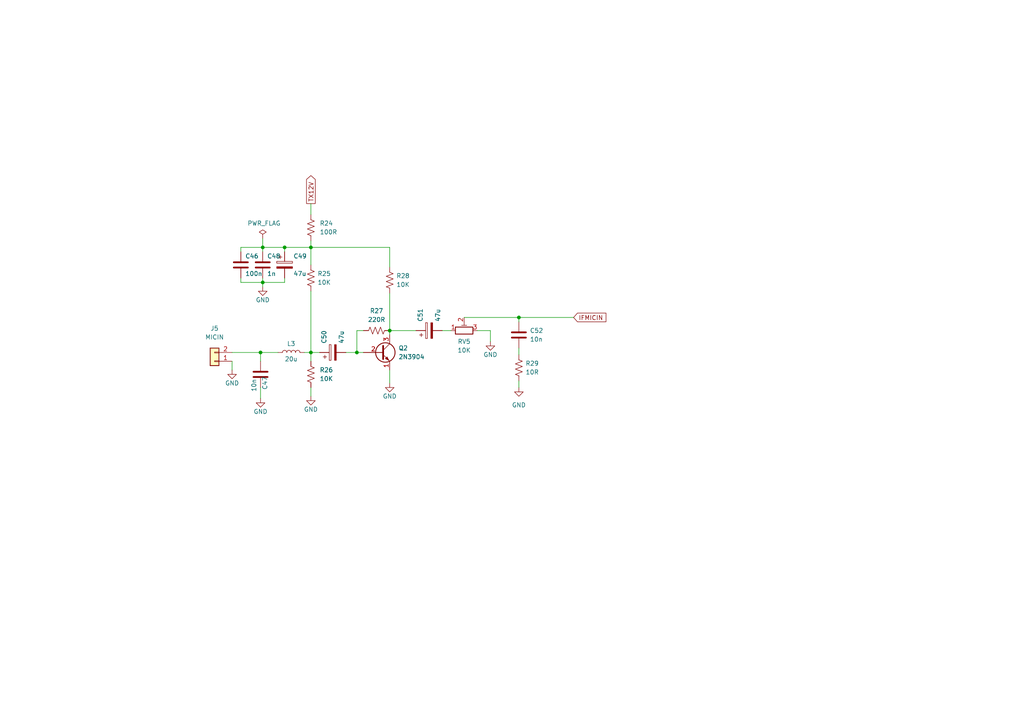
<source format=kicad_sch>
(kicad_sch (version 20211123) (generator eeschema)
  (paper "A4")
  (lib_symbols
    (symbol "Connector_Generic:Conn_01x02" (pin_names (offset 1.016) hide)
      (property "Reference" "J" (at 0 2.54 0))
      (property "Value" "Conn_01x02" (at 0 -5.08 0))
      (symbol "Conn_01x02_1_1"
        (rectangle (start -1.27 -2.413) (end 0 -2.667) (stroke (width 0.1524)))
        (rectangle (start -1.27 0.127) (end 0 -0.127) (stroke (width 0.1524)))
        (rectangle (start -1.27 1.27) (end 1.27 -3.81) (stroke (width 0.254)) (fill (type background)))
        (pin passive line (at -5.08 0 0) (length 3.81) (name "Pin_1") (number "1"))
        (pin passive line (at -5.08 -2.54 0) (length 3.81) (name "Pin_2") (number "2"))
      )
    )
    (symbol "Device:C" (pin_numbers hide) (pin_names (offset 0.254))
      (property "Reference" "C" (at 0.635 2.54 0))
      (property "Value" "C" (at 0.635 -2.54 0))
      (symbol "C_0_1"
        (polyline (pts (xy -2.032 -0.762) (xy 2.032 -0.762)) (stroke (width 0.508)))
        (polyline (pts (xy -2.032 0.762) (xy 2.032 0.762)) (stroke (width 0.508)))
      )
      (symbol "C_1_1"
        (pin passive line (at 0 3.81 270) (length 2.794) (name "~") (number "1"))
        (pin passive line (at 0 -3.81 90) (length 2.794) (name "~") (number "2"))
      )
    )
    (symbol "Device:C_Polarized" (pin_numbers hide) (pin_names (offset 0.254))
      (property "Reference" "C" (at 0.635 2.54 0))
      (property "Value" "C_Polarized" (at 0.635 -2.54 0))
      (symbol "C_Polarized_0_1"
        (rectangle (start -2.286 0.508) (end 2.286 1.016))
        (polyline (pts (xy -1.778 2.286) (xy -0.762 2.286)))
        (polyline (pts (xy -1.27 2.794) (xy -1.27 1.778)))
        (rectangle (start 2.286 -0.508) (end -2.286 -1.016) (fill (type outline)))
      )
      (symbol "C_Polarized_1_1"
        (pin passive line (at 0 3.81 270) (length 2.794) (name "~") (number "1"))
        (pin passive line (at 0 -3.81 90) (length 2.794) (name "~") (number "2"))
      )
    )
    (symbol "Device:L" (pin_numbers hide) (pin_names (offset 1.016) hide)
      (property "Reference" "L" (at -1.27 0 90))
      (property "Value" "L" (at 1.905 0 90))
      (symbol "L_0_1"
        (arc (start 0 -2.54) (mid 0.635 -1.905) (end 0 -1.27))
        (arc (start 0 -1.27) (mid 0.635 -0.635) (end 0 0))
        (arc (start 0 0) (mid 0.635 0.635) (end 0 1.27))
        (arc (start 0 1.27) (mid 0.635 1.905) (end 0 2.54))
      )
      (symbol "L_1_1"
        (pin passive line (at 0 3.81 270) (length 1.27) (name "1") (number "1"))
        (pin passive line (at 0 -3.81 90) (length 1.27) (name "2") (number "2"))
      )
    )
    (symbol "Device:R_Potentiometer_Trim" (pin_names (offset 1.016) hide)
      (property "Reference" "RV" (at -4.445 0 90))
      (property "Value" "R_Potentiometer_Trim" (at -2.54 0 90))
      (symbol "R_Potentiometer_Trim_0_1"
        (polyline (pts (xy 1.524 0.762) (xy 1.524 -0.762)))
        (polyline (pts (xy 2.54 0) (xy 1.524 0)))
        (rectangle (start 1.016 2.54) (end -1.016 -2.54) (stroke (width 0.254)))
      )
      (symbol "R_Potentiometer_Trim_1_1"
        (pin passive line (at 0 3.81 270) (length 1.27) (name "1") (number "1"))
        (pin passive line (at 3.81 0 180) (length 1.27) (name "2") (number "2"))
        (pin passive line (at 0 -3.81 90) (length 1.27) (name "3") (number "3"))
      )
    )
    (symbol "Device:R_US" (pin_numbers hide) (pin_names (offset 0))
      (property "Reference" "R" (at 2.54 0 90))
      (property "Value" "R_US" (at -2.54 0 90))
      (symbol "R_US_0_1"
        (polyline (pts (xy 0 -2.286) (xy 0 -2.54)))
        (polyline (pts (xy 0 2.286) (xy 0 2.54)))
        (polyline (pts (xy 0 -0.762) (xy 1.016 -1.143) (xy 0 -1.524) (xy -1.016 -1.905) (xy 0 -2.286)))
        (polyline (pts (xy 0 0.762) (xy 1.016 0.381) (xy 0 0) (xy -1.016 -0.381) (xy 0 -0.762)))
        (polyline (pts (xy 0 2.286) (xy 1.016 1.905) (xy 0 1.524) (xy -1.016 1.143) (xy 0 0.762)))
      )
      (symbol "R_US_1_1"
        (pin passive line (at 0 3.81 270) (length 1.27) (name "~") (number "1"))
        (pin passive line (at 0 -3.81 90) (length 1.27) (name "~") (number "2"))
      )
    )
    (symbol "Transistor_BJT:2N3904" (pin_names (offset 0) hide)
      (property "Reference" "Q" (at 5.08 1.905 0))
      (property "Value" "2N3904" (at 5.08 0 0))
      (symbol "2N3904_0_1"
        (polyline (pts (xy 0.635 0.635) (xy 2.54 2.54)))
        (polyline (pts (xy 0.635 -0.635) (xy 2.54 -2.54) (xy 2.54 -2.54)))
        (polyline (pts (xy 0.635 1.905) (xy 0.635 -1.905) (xy 0.635 -1.905)) (stroke (width 0.508)))
        (polyline (pts (xy 1.27 -1.778) (xy 1.778 -1.27) (xy 2.286 -2.286) (xy 1.27 -1.778) (xy 1.27 -1.778)) (fill (type outline)))
        (circle (center 1.27 0) (radius 2.8194) (stroke (width 0.254)))
      )
      (symbol "2N3904_1_1"
        (pin passive line (at 2.54 -5.08 90) (length 2.54) (name "E") (number "1"))
        (pin passive line (at -5.08 0 0) (length 5.715) (name "B") (number "2"))
        (pin passive line (at 2.54 5.08 270) (length 2.54) (name "C") (number "3"))
      )
    )
    (symbol "power:GND" (power) (pin_names (offset 0))
      (property "Value" "GND" (at 0 -3.81 0))
      (symbol "GND_0_1"
        (polyline (pts (xy 0 0) (xy 0 -1.27) (xy 1.27 -1.27) (xy 0 -2.54) (xy -1.27 -1.27) (xy 0 -1.27)))
      )
      (symbol "GND_1_1"
        (pin power_in line (at 0 0 270) (length 0) hide (name "GND") (number "1"))
      )
    )
    (symbol "power:PWR_FLAG" (power) (pin_numbers hide) (pin_names (offset 0) hide)
      (property "Value" "PWR_FLAG" (at 0 3.81 0))
      (symbol "PWR_FLAG_0_0"
        (pin power_out line (at 0 0 90) (length 0) (name "pwr") (number "1"))
      )
      (symbol "PWR_FLAG_0_1"
        (polyline (pts (xy 0 0) (xy 0 1.27) (xy -1.016 1.905) (xy 0 2.54) (xy 1.016 1.905) (xy 0 1.27)))
      )
    )
  )
  (junction (at 75.565 102.235))
  (junction (at 113.03 95.885))
  (junction (at 90.17 102.235))
  (junction (at 150.495 92.075))
  (junction (at 82.55 71.755))
  (junction (at 76.2 81.915))
  (junction (at 103.505 102.235))
  (junction (at 90.17 71.755))
  (junction (at 76.2 71.755))
  (wire (pts (xy 90.17 69.85) (xy 90.17 71.755)))
  (wire (pts (xy 134.62 92.075) (xy 150.495 92.075)))
  (wire (pts (xy 76.2 71.755) (xy 76.2 73.025)))
  (wire (pts (xy 113.03 71.755) (xy 113.03 77.47)))
  (wire (pts (xy 67.31 102.235) (xy 75.565 102.235)))
  (wire (pts (xy 69.85 71.755) (xy 69.85 73.025)))
  (wire (pts (xy 90.17 71.755) (xy 82.55 71.755)))
  (wire (pts (xy 150.495 100.965) (xy 150.495 102.87)))
  (wire (pts (xy 113.03 111.125) (xy 113.03 107.315)))
  (wire (pts (xy 76.2 71.755) (xy 82.55 71.755)))
  (wire (pts (xy 150.495 92.075) (xy 150.495 93.345)))
  (wire (pts (xy 142.24 95.885) (xy 142.24 99.06)))
  (wire (pts (xy 103.505 102.235) (xy 100.33 102.235)))
  (wire (pts (xy 82.55 80.645) (xy 82.55 81.915)))
  (wire (pts (xy 138.43 95.885) (xy 142.24 95.885)))
  (wire (pts (xy 90.17 114.935) (xy 90.17 112.395)))
  (wire (pts (xy 75.565 102.235) (xy 80.645 102.235)))
  (wire (pts (xy 105.41 102.235) (xy 103.505 102.235)))
  (wire (pts (xy 69.85 80.645) (xy 69.85 81.915)))
  (wire (pts (xy 76.2 81.915) (xy 76.2 80.645)))
  (wire (pts (xy 113.03 95.885) (xy 113.03 97.155)))
  (wire (pts (xy 76.2 81.915) (xy 82.55 81.915)))
  (wire (pts (xy 67.31 107.315) (xy 67.31 104.775)))
  (wire (pts (xy 75.565 102.235) (xy 75.565 104.775)))
  (wire (pts (xy 113.03 85.09) (xy 113.03 95.885)))
  (wire (pts (xy 90.17 71.755) (xy 90.17 76.835)))
  (wire (pts (xy 90.17 84.455) (xy 90.17 102.235)))
  (wire (pts (xy 76.2 69.215) (xy 76.2 71.755)))
  (wire (pts (xy 90.17 71.755) (xy 113.03 71.755)))
  (wire (pts (xy 113.03 95.885) (xy 120.65 95.885)))
  (wire (pts (xy 90.17 102.235) (xy 90.17 104.775)))
  (wire (pts (xy 82.55 71.755) (xy 82.55 73.025)))
  (wire (pts (xy 103.505 95.885) (xy 103.505 102.235)))
  (wire (pts (xy 88.265 102.235) (xy 90.17 102.235)))
  (wire (pts (xy 92.71 102.235) (xy 90.17 102.235)))
  (wire (pts (xy 69.85 71.755) (xy 76.2 71.755)))
  (wire (pts (xy 130.81 95.885) (xy 128.27 95.885)))
  (wire (pts (xy 150.495 92.075) (xy 166.37 92.075)))
  (wire (pts (xy 75.565 115.57) (xy 75.565 112.395)))
  (wire (pts (xy 69.85 81.915) (xy 76.2 81.915)))
  (wire (pts (xy 76.2 81.915) (xy 76.2 83.185)))
  (wire (pts (xy 105.41 95.885) (xy 103.505 95.885)))
  (wire (pts (xy 150.495 110.49) (xy 150.495 112.395)))
  (wire (pts (xy 90.17 59.055) (xy 90.17 62.23)))
  (global_label "TX12V" (shape output) (at 90.17 59.055 90) (property "Intersheet References" "${INTERSHEET_REFS}" (effects hide)))
  (global_label "IFMICIN" (shape input) (at 166.37 92.075 0) (property "Intersheet References" "${INTERSHEET_REFS}" (effects hide)))
  (symbol (lib_id "Connector_Generic:Conn_01x02") (at 62.23 104.775 180) (unit 1)
    (property "Reference" "J5" (at 62.23 95.25 0))
    (property "Value" "MICIN" (at 62.23 97.79 0))
    (property "Footprint" "Connector_PinHeader_2.54mm:PinHeader_1x02_P2.54mm_Vertical" (effects hide))
  )
  (symbol (lib_id "power:GND") (at 67.31 107.315 0) (unit 1)
    (property "Reference" "#PWR037" (effects hide))
    (property "Value" "GND" (at 67.31 111.125 0))
  )
  (symbol (lib_id "Device:C") (at 75.565 108.585 0) (unit 1)
    (property "Reference" "C47" (at 76.835 111.125 90))
    (property "Value" "10n" (at 73.66 111.76 90))
    (property "Footprint" "Capacitor_THT:C_Disc_D3.4mm_W2.1mm_P2.50mm" (effects hide))
  )
  (symbol (lib_id "Device:R_US") (at 90.17 108.585 0) (unit 1)
    (property "Reference" "R26" (at 92.71 107.3149 0) (effects (justify left)))
    (property "Value" "10K" (at 92.71 109.8549 0) (effects (justify left)))
    (property "Footprint" "Resistor_THT:R_Axial_DIN0207_L6.3mm_D2.5mm_P10.16mm_Horizontal" (effects hide))
  )
  (symbol (lib_id "power:GND") (at 76.2 83.185 0) (unit 1)
    (property "Reference" "#PWR039" (effects hide))
    (property "Value" "GND" (at 76.2 86.995 0))
  )
  (symbol (lib_id "Device:C") (at 150.495 97.155 0) (unit 1)
    (property "Reference" "C52" (at 153.67 95.8849 0) (effects (justify left)))
    (property "Value" "10n" (at 153.67 98.4249 0) (effects (justify left)))
    (property "Footprint" "Capacitor_THT:C_Disc_D3.4mm_W2.1mm_P2.50mm" (effects hide))
  )
  (symbol (lib_id "Device:R_US") (at 109.22 95.885 90) (unit 1)
    (property "Reference" "R27" (at 109.22 90.17 90))
    (property "Value" "220R" (at 109.22 92.71 90))
    (property "Footprint" "Resistor_THT:R_Axial_DIN0207_L6.3mm_D2.5mm_P10.16mm_Horizontal" (effects hide))
  )
  (symbol (lib_id "power:GND") (at 90.17 114.935 0) (unit 1)
    (property "Reference" "#PWR040" (effects hide))
    (property "Value" "GND" (at 90.17 118.745 0))
  )
  (symbol (lib_id "Device:R_US") (at 90.17 66.04 0) (unit 1)
    (property "Reference" "R24" (at 92.71 64.7699 0) (effects (justify left)))
    (property "Value" "100R" (at 92.71 67.3099 0) (effects (justify left)))
    (property "Footprint" "Resistor_THT:R_Axial_DIN0207_L6.3mm_D2.5mm_P10.16mm_Horizontal" (effects hide))
  )
  (symbol (lib_id "Device:C_Polarized") (at 96.52 102.235 90) (unit 1)
    (property "Reference" "C50" (at 93.98 99.695 0) (effects (justify left)))
    (property "Value" "47u" (at 99.06 99.695 0) (effects (justify left)))
    (property "Footprint" "Capacitor_THT:CP_Radial_D8.0mm_P2.50mm" (effects hide))
  )
  (symbol (lib_id "Device:R_US") (at 150.495 106.68 180) (unit 1)
    (property "Reference" "R29" (at 152.4 105.4099 0) (effects (justify right)))
    (property "Value" "10R" (at 152.4 107.9499 0) (effects (justify right)))
    (property "Footprint" "Resistor_THT:R_Axial_DIN0207_L6.3mm_D2.5mm_P10.16mm_Horizontal" (effects hide))
  )
  (symbol (lib_id "Device:R_US") (at 113.03 81.28 0) (unit 1)
    (property "Reference" "R28" (at 114.935 80.0099 0) (effects (justify left)))
    (property "Value" "10K" (at 114.935 82.5499 0) (effects (justify left)))
    (property "Footprint" "Resistor_THT:R_Axial_DIN0207_L6.3mm_D2.5mm_P10.16mm_Horizontal" (effects hide))
  )
  (symbol (lib_id "power:GND") (at 142.24 99.06 0) (unit 1)
    (property "Reference" "#PWR042" (effects hide))
    (property "Value" "GND" (at 142.24 102.87 0))
  )
  (symbol (lib_id "power:PWR_FLAG") (at 76.2 69.215 0) (unit 1)
    (property "Reference" "#FLG06" (effects hide))
    (property "Value" "PWR_FLAG" (at 71.755 64.77 0) (effects (justify left)))
  )
  (symbol (lib_id "Device:C_Polarized") (at 82.55 76.835 0) (unit 1)
    (property "Reference" "C49" (at 85.09 74.295 0) (effects (justify left)))
    (property "Value" "47u" (at 85.09 79.375 0) (effects (justify left)))
    (property "Footprint" "Capacitor_THT:CP_Radial_D8.0mm_P2.50mm" (effects hide))
  )
  (symbol (lib_id "Transistor_BJT:2N3904") (at 110.49 102.235 0) (unit 1)
    (property "Reference" "Q2" (at 115.57 100.9649 0) (effects (justify left)))
    (property "Value" "2N3904" (at 115.57 103.5049 0) (effects (justify left)))
    (property "Footprint" "Package_TO_SOT_THT:TO-92_Inline" (effects hide))
    (property "Datasheet" "https://www.onsemi.com/pub/Collateral/2N3903-D.PDF" (effects hide))
  )
  (symbol (lib_id "power:GND") (at 150.495 112.395 0) (unit 1)
    (property "Reference" "#PWR043" (effects hide))
    (property "Value" "GND" (at 150.495 117.475 0))
  )
  (symbol (lib_id "power:GND") (at 113.03 111.125 0) (unit 1)
    (property "Reference" "#PWR041" (effects hide))
    (property "Value" "GND" (at 113.03 114.935 0))
  )
  (symbol (lib_id "Device:R_US") (at 90.17 80.645 0) (unit 1)
    (property "Reference" "R25" (at 92.075 79.3749 0) (effects (justify left)))
    (property "Value" "10K" (at 92.075 81.9149 0) (effects (justify left)))
    (property "Footprint" "Resistor_THT:R_Axial_DIN0207_L6.3mm_D2.5mm_P10.16mm_Horizontal" (effects hide))
  )
  (symbol (lib_id "Device:C") (at 69.85 76.835 0) (unit 1)
    (property "Reference" "C46" (at 71.12 74.295 0) (effects (justify left)))
    (property "Value" "100n" (at 71.12 79.375 0) (effects (justify left)))
    (property "Footprint" "Capacitor_THT:C_Disc_D3.4mm_W2.1mm_P2.50mm" (effects hide))
  )
  (symbol (lib_id "power:GND") (at 75.565 115.57 0) (unit 1)
    (property "Reference" "#PWR038" (effects hide))
    (property "Value" "GND" (at 75.565 119.38 0))
  )
  (symbol (lib_id "Device:C") (at 76.2 76.835 0) (unit 1)
    (property "Reference" "C48" (at 77.47 74.295 0) (effects (justify left)))
    (property "Value" "1n" (at 77.47 79.375 0) (effects (justify left)))
    (property "Footprint" "Capacitor_THT:C_Disc_D3.4mm_W2.1mm_P2.50mm" (effects hide))
  )
  (symbol (lib_id "Device:R_Potentiometer_Trim") (at 134.62 95.885 90) (unit 1)
    (property "Reference" "RV5" (at 134.62 99.06 90))
    (property "Value" "10K" (at 134.62 101.6 90))
    (property "Footprint" "Potentiometer_THT:Potentiometer_Bourns_3296W_Vertical" (effects hide))
  )
  (symbol (lib_id "Device:L") (at 84.455 102.235 90) (unit 1)
    (property "Reference" "L3" (at 84.455 99.695 90))
    (property "Value" "20u" (at 84.455 104.14 90))
    (property "Footprint" "Inductor_SMD:L_1206_3216Metric" (effects hide))
  )
  (symbol (lib_id "Device:C_Polarized") (at 124.46 95.885 90) (unit 1)
    (property "Reference" "C51" (at 121.92 93.345 0) (effects (justify left)))
    (property "Value" "47u" (at 127 93.345 0) (effects (justify left)))
    (property "Footprint" "Capacitor_THT:CP_Radial_D8.0mm_P2.50mm" (effects hide))
  )
)
</source>
